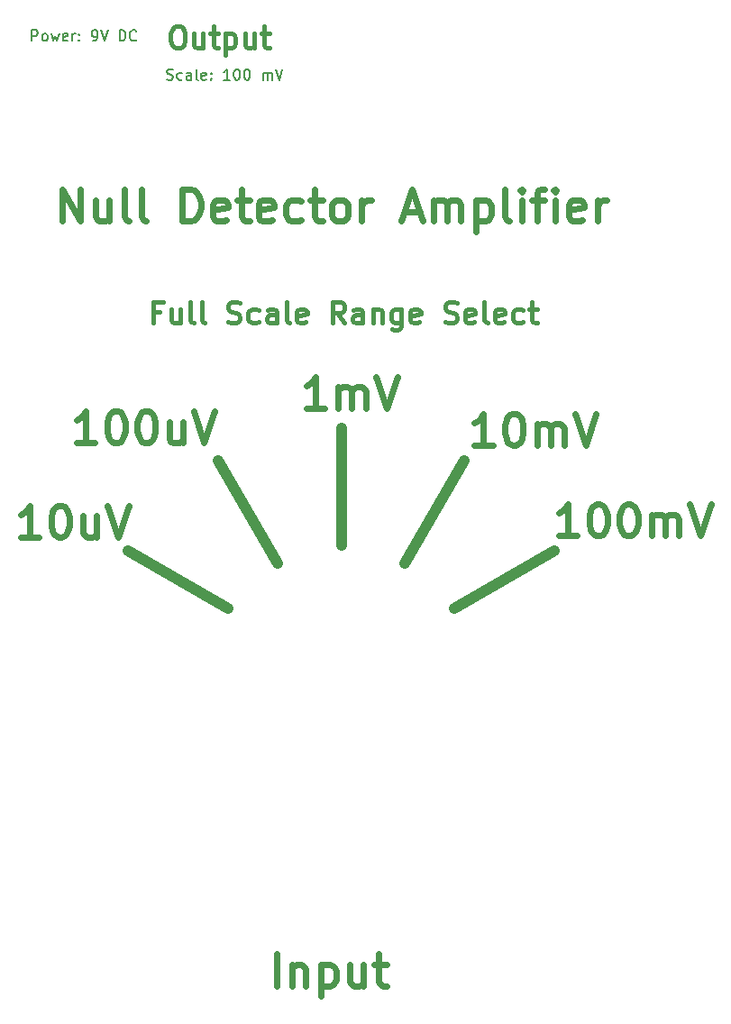
<source format=gbr>
%TF.GenerationSoftware,KiCad,Pcbnew,7.0.10*%
%TF.CreationDate,2024-07-03T15:59:16-04:00*%
%TF.ProjectId,nulldetector,6e756c6c-6465-4746-9563-746f722e6b69,1.1*%
%TF.SameCoordinates,Original*%
%TF.FileFunction,Other,User*%
%FSLAX46Y46*%
G04 Gerber Fmt 4.6, Leading zero omitted, Abs format (unit mm)*
G04 Created by KiCad (PCBNEW 7.0.10) date 2024-07-03 15:59:16*
%MOMM*%
%LPD*%
G01*
G04 APERTURE LIST*
%ADD10C,1.000000*%
%ADD11C,0.600000*%
%ADD12C,0.150000*%
%ADD13C,0.200000*%
%ADD14C,0.400000*%
G04 APERTURE END LIST*
D10*
X74210000Y-89480000D02*
X74210000Y-78470000D01*
X80214672Y-91169603D02*
X85760000Y-81564813D01*
X63616613Y-95453905D02*
X54204813Y-90020000D01*
X68211847Y-91180895D02*
X62660000Y-81564813D01*
X84808028Y-95451226D02*
X94215187Y-90020000D01*
D11*
X96350450Y-88611657D02*
X94636164Y-88611657D01*
X95493307Y-88611657D02*
X95493307Y-85611657D01*
X95493307Y-85611657D02*
X95207593Y-86040228D01*
X95207593Y-86040228D02*
X94921878Y-86325942D01*
X94921878Y-86325942D02*
X94636164Y-86468800D01*
X98207593Y-85611657D02*
X98493307Y-85611657D01*
X98493307Y-85611657D02*
X98779021Y-85754514D01*
X98779021Y-85754514D02*
X98921879Y-85897371D01*
X98921879Y-85897371D02*
X99064736Y-86183085D01*
X99064736Y-86183085D02*
X99207593Y-86754514D01*
X99207593Y-86754514D02*
X99207593Y-87468800D01*
X99207593Y-87468800D02*
X99064736Y-88040228D01*
X99064736Y-88040228D02*
X98921879Y-88325942D01*
X98921879Y-88325942D02*
X98779021Y-88468800D01*
X98779021Y-88468800D02*
X98493307Y-88611657D01*
X98493307Y-88611657D02*
X98207593Y-88611657D01*
X98207593Y-88611657D02*
X97921879Y-88468800D01*
X97921879Y-88468800D02*
X97779021Y-88325942D01*
X97779021Y-88325942D02*
X97636164Y-88040228D01*
X97636164Y-88040228D02*
X97493307Y-87468800D01*
X97493307Y-87468800D02*
X97493307Y-86754514D01*
X97493307Y-86754514D02*
X97636164Y-86183085D01*
X97636164Y-86183085D02*
X97779021Y-85897371D01*
X97779021Y-85897371D02*
X97921879Y-85754514D01*
X97921879Y-85754514D02*
X98207593Y-85611657D01*
X101064736Y-85611657D02*
X101350450Y-85611657D01*
X101350450Y-85611657D02*
X101636164Y-85754514D01*
X101636164Y-85754514D02*
X101779022Y-85897371D01*
X101779022Y-85897371D02*
X101921879Y-86183085D01*
X101921879Y-86183085D02*
X102064736Y-86754514D01*
X102064736Y-86754514D02*
X102064736Y-87468800D01*
X102064736Y-87468800D02*
X101921879Y-88040228D01*
X101921879Y-88040228D02*
X101779022Y-88325942D01*
X101779022Y-88325942D02*
X101636164Y-88468800D01*
X101636164Y-88468800D02*
X101350450Y-88611657D01*
X101350450Y-88611657D02*
X101064736Y-88611657D01*
X101064736Y-88611657D02*
X100779022Y-88468800D01*
X100779022Y-88468800D02*
X100636164Y-88325942D01*
X100636164Y-88325942D02*
X100493307Y-88040228D01*
X100493307Y-88040228D02*
X100350450Y-87468800D01*
X100350450Y-87468800D02*
X100350450Y-86754514D01*
X100350450Y-86754514D02*
X100493307Y-86183085D01*
X100493307Y-86183085D02*
X100636164Y-85897371D01*
X100636164Y-85897371D02*
X100779022Y-85754514D01*
X100779022Y-85754514D02*
X101064736Y-85611657D01*
X103350450Y-88611657D02*
X103350450Y-86611657D01*
X103350450Y-86897371D02*
X103493307Y-86754514D01*
X103493307Y-86754514D02*
X103779022Y-86611657D01*
X103779022Y-86611657D02*
X104207593Y-86611657D01*
X104207593Y-86611657D02*
X104493307Y-86754514D01*
X104493307Y-86754514D02*
X104636165Y-87040228D01*
X104636165Y-87040228D02*
X104636165Y-88611657D01*
X104636165Y-87040228D02*
X104779022Y-86754514D01*
X104779022Y-86754514D02*
X105064736Y-86611657D01*
X105064736Y-86611657D02*
X105493307Y-86611657D01*
X105493307Y-86611657D02*
X105779022Y-86754514D01*
X105779022Y-86754514D02*
X105921879Y-87040228D01*
X105921879Y-87040228D02*
X105921879Y-88611657D01*
X106921879Y-85611657D02*
X107921879Y-88611657D01*
X107921879Y-88611657D02*
X108921879Y-85611657D01*
X45810450Y-88761657D02*
X44096164Y-88761657D01*
X44953307Y-88761657D02*
X44953307Y-85761657D01*
X44953307Y-85761657D02*
X44667593Y-86190228D01*
X44667593Y-86190228D02*
X44381878Y-86475942D01*
X44381878Y-86475942D02*
X44096164Y-86618800D01*
X47667593Y-85761657D02*
X47953307Y-85761657D01*
X47953307Y-85761657D02*
X48239021Y-85904514D01*
X48239021Y-85904514D02*
X48381879Y-86047371D01*
X48381879Y-86047371D02*
X48524736Y-86333085D01*
X48524736Y-86333085D02*
X48667593Y-86904514D01*
X48667593Y-86904514D02*
X48667593Y-87618800D01*
X48667593Y-87618800D02*
X48524736Y-88190228D01*
X48524736Y-88190228D02*
X48381879Y-88475942D01*
X48381879Y-88475942D02*
X48239021Y-88618800D01*
X48239021Y-88618800D02*
X47953307Y-88761657D01*
X47953307Y-88761657D02*
X47667593Y-88761657D01*
X47667593Y-88761657D02*
X47381879Y-88618800D01*
X47381879Y-88618800D02*
X47239021Y-88475942D01*
X47239021Y-88475942D02*
X47096164Y-88190228D01*
X47096164Y-88190228D02*
X46953307Y-87618800D01*
X46953307Y-87618800D02*
X46953307Y-86904514D01*
X46953307Y-86904514D02*
X47096164Y-86333085D01*
X47096164Y-86333085D02*
X47239021Y-86047371D01*
X47239021Y-86047371D02*
X47381879Y-85904514D01*
X47381879Y-85904514D02*
X47667593Y-85761657D01*
X51239022Y-86761657D02*
X51239022Y-88761657D01*
X49953307Y-86761657D02*
X49953307Y-88333085D01*
X49953307Y-88333085D02*
X50096164Y-88618800D01*
X50096164Y-88618800D02*
X50381879Y-88761657D01*
X50381879Y-88761657D02*
X50810450Y-88761657D01*
X50810450Y-88761657D02*
X51096164Y-88618800D01*
X51096164Y-88618800D02*
X51239022Y-88475942D01*
X52239022Y-85761657D02*
X53239022Y-88761657D01*
X53239022Y-88761657D02*
X54239022Y-85761657D01*
X51050450Y-79881657D02*
X49336164Y-79881657D01*
X50193307Y-79881657D02*
X50193307Y-76881657D01*
X50193307Y-76881657D02*
X49907593Y-77310228D01*
X49907593Y-77310228D02*
X49621878Y-77595942D01*
X49621878Y-77595942D02*
X49336164Y-77738800D01*
X52907593Y-76881657D02*
X53193307Y-76881657D01*
X53193307Y-76881657D02*
X53479021Y-77024514D01*
X53479021Y-77024514D02*
X53621879Y-77167371D01*
X53621879Y-77167371D02*
X53764736Y-77453085D01*
X53764736Y-77453085D02*
X53907593Y-78024514D01*
X53907593Y-78024514D02*
X53907593Y-78738800D01*
X53907593Y-78738800D02*
X53764736Y-79310228D01*
X53764736Y-79310228D02*
X53621879Y-79595942D01*
X53621879Y-79595942D02*
X53479021Y-79738800D01*
X53479021Y-79738800D02*
X53193307Y-79881657D01*
X53193307Y-79881657D02*
X52907593Y-79881657D01*
X52907593Y-79881657D02*
X52621879Y-79738800D01*
X52621879Y-79738800D02*
X52479021Y-79595942D01*
X52479021Y-79595942D02*
X52336164Y-79310228D01*
X52336164Y-79310228D02*
X52193307Y-78738800D01*
X52193307Y-78738800D02*
X52193307Y-78024514D01*
X52193307Y-78024514D02*
X52336164Y-77453085D01*
X52336164Y-77453085D02*
X52479021Y-77167371D01*
X52479021Y-77167371D02*
X52621879Y-77024514D01*
X52621879Y-77024514D02*
X52907593Y-76881657D01*
X55764736Y-76881657D02*
X56050450Y-76881657D01*
X56050450Y-76881657D02*
X56336164Y-77024514D01*
X56336164Y-77024514D02*
X56479022Y-77167371D01*
X56479022Y-77167371D02*
X56621879Y-77453085D01*
X56621879Y-77453085D02*
X56764736Y-78024514D01*
X56764736Y-78024514D02*
X56764736Y-78738800D01*
X56764736Y-78738800D02*
X56621879Y-79310228D01*
X56621879Y-79310228D02*
X56479022Y-79595942D01*
X56479022Y-79595942D02*
X56336164Y-79738800D01*
X56336164Y-79738800D02*
X56050450Y-79881657D01*
X56050450Y-79881657D02*
X55764736Y-79881657D01*
X55764736Y-79881657D02*
X55479022Y-79738800D01*
X55479022Y-79738800D02*
X55336164Y-79595942D01*
X55336164Y-79595942D02*
X55193307Y-79310228D01*
X55193307Y-79310228D02*
X55050450Y-78738800D01*
X55050450Y-78738800D02*
X55050450Y-78024514D01*
X55050450Y-78024514D02*
X55193307Y-77453085D01*
X55193307Y-77453085D02*
X55336164Y-77167371D01*
X55336164Y-77167371D02*
X55479022Y-77024514D01*
X55479022Y-77024514D02*
X55764736Y-76881657D01*
X59336165Y-77881657D02*
X59336165Y-79881657D01*
X58050450Y-77881657D02*
X58050450Y-79453085D01*
X58050450Y-79453085D02*
X58193307Y-79738800D01*
X58193307Y-79738800D02*
X58479022Y-79881657D01*
X58479022Y-79881657D02*
X58907593Y-79881657D01*
X58907593Y-79881657D02*
X59193307Y-79738800D01*
X59193307Y-79738800D02*
X59336165Y-79595942D01*
X60336165Y-76881657D02*
X61336165Y-79881657D01*
X61336165Y-79881657D02*
X62336165Y-76881657D01*
D12*
X45146779Y-42119819D02*
X45146779Y-41119819D01*
X45146779Y-41119819D02*
X45527731Y-41119819D01*
X45527731Y-41119819D02*
X45622969Y-41167438D01*
X45622969Y-41167438D02*
X45670588Y-41215057D01*
X45670588Y-41215057D02*
X45718207Y-41310295D01*
X45718207Y-41310295D02*
X45718207Y-41453152D01*
X45718207Y-41453152D02*
X45670588Y-41548390D01*
X45670588Y-41548390D02*
X45622969Y-41596009D01*
X45622969Y-41596009D02*
X45527731Y-41643628D01*
X45527731Y-41643628D02*
X45146779Y-41643628D01*
X46289636Y-42119819D02*
X46194398Y-42072200D01*
X46194398Y-42072200D02*
X46146779Y-42024580D01*
X46146779Y-42024580D02*
X46099160Y-41929342D01*
X46099160Y-41929342D02*
X46099160Y-41643628D01*
X46099160Y-41643628D02*
X46146779Y-41548390D01*
X46146779Y-41548390D02*
X46194398Y-41500771D01*
X46194398Y-41500771D02*
X46289636Y-41453152D01*
X46289636Y-41453152D02*
X46432493Y-41453152D01*
X46432493Y-41453152D02*
X46527731Y-41500771D01*
X46527731Y-41500771D02*
X46575350Y-41548390D01*
X46575350Y-41548390D02*
X46622969Y-41643628D01*
X46622969Y-41643628D02*
X46622969Y-41929342D01*
X46622969Y-41929342D02*
X46575350Y-42024580D01*
X46575350Y-42024580D02*
X46527731Y-42072200D01*
X46527731Y-42072200D02*
X46432493Y-42119819D01*
X46432493Y-42119819D02*
X46289636Y-42119819D01*
X46956303Y-41453152D02*
X47146779Y-42119819D01*
X47146779Y-42119819D02*
X47337255Y-41643628D01*
X47337255Y-41643628D02*
X47527731Y-42119819D01*
X47527731Y-42119819D02*
X47718207Y-41453152D01*
X48480112Y-42072200D02*
X48384874Y-42119819D01*
X48384874Y-42119819D02*
X48194398Y-42119819D01*
X48194398Y-42119819D02*
X48099160Y-42072200D01*
X48099160Y-42072200D02*
X48051541Y-41976961D01*
X48051541Y-41976961D02*
X48051541Y-41596009D01*
X48051541Y-41596009D02*
X48099160Y-41500771D01*
X48099160Y-41500771D02*
X48194398Y-41453152D01*
X48194398Y-41453152D02*
X48384874Y-41453152D01*
X48384874Y-41453152D02*
X48480112Y-41500771D01*
X48480112Y-41500771D02*
X48527731Y-41596009D01*
X48527731Y-41596009D02*
X48527731Y-41691247D01*
X48527731Y-41691247D02*
X48051541Y-41786485D01*
X48956303Y-42119819D02*
X48956303Y-41453152D01*
X48956303Y-41643628D02*
X49003922Y-41548390D01*
X49003922Y-41548390D02*
X49051541Y-41500771D01*
X49051541Y-41500771D02*
X49146779Y-41453152D01*
X49146779Y-41453152D02*
X49242017Y-41453152D01*
X49575351Y-42024580D02*
X49622970Y-42072200D01*
X49622970Y-42072200D02*
X49575351Y-42119819D01*
X49575351Y-42119819D02*
X49527732Y-42072200D01*
X49527732Y-42072200D02*
X49575351Y-42024580D01*
X49575351Y-42024580D02*
X49575351Y-42119819D01*
X49575351Y-41500771D02*
X49622970Y-41548390D01*
X49622970Y-41548390D02*
X49575351Y-41596009D01*
X49575351Y-41596009D02*
X49527732Y-41548390D01*
X49527732Y-41548390D02*
X49575351Y-41500771D01*
X49575351Y-41500771D02*
X49575351Y-41596009D01*
X50861065Y-42119819D02*
X51051541Y-42119819D01*
X51051541Y-42119819D02*
X51146779Y-42072200D01*
X51146779Y-42072200D02*
X51194398Y-42024580D01*
X51194398Y-42024580D02*
X51289636Y-41881723D01*
X51289636Y-41881723D02*
X51337255Y-41691247D01*
X51337255Y-41691247D02*
X51337255Y-41310295D01*
X51337255Y-41310295D02*
X51289636Y-41215057D01*
X51289636Y-41215057D02*
X51242017Y-41167438D01*
X51242017Y-41167438D02*
X51146779Y-41119819D01*
X51146779Y-41119819D02*
X50956303Y-41119819D01*
X50956303Y-41119819D02*
X50861065Y-41167438D01*
X50861065Y-41167438D02*
X50813446Y-41215057D01*
X50813446Y-41215057D02*
X50765827Y-41310295D01*
X50765827Y-41310295D02*
X50765827Y-41548390D01*
X50765827Y-41548390D02*
X50813446Y-41643628D01*
X50813446Y-41643628D02*
X50861065Y-41691247D01*
X50861065Y-41691247D02*
X50956303Y-41738866D01*
X50956303Y-41738866D02*
X51146779Y-41738866D01*
X51146779Y-41738866D02*
X51242017Y-41691247D01*
X51242017Y-41691247D02*
X51289636Y-41643628D01*
X51289636Y-41643628D02*
X51337255Y-41548390D01*
X51622970Y-41119819D02*
X51956303Y-42119819D01*
X51956303Y-42119819D02*
X52289636Y-41119819D01*
X53384875Y-42119819D02*
X53384875Y-41119819D01*
X53384875Y-41119819D02*
X53622970Y-41119819D01*
X53622970Y-41119819D02*
X53765827Y-41167438D01*
X53765827Y-41167438D02*
X53861065Y-41262676D01*
X53861065Y-41262676D02*
X53908684Y-41357914D01*
X53908684Y-41357914D02*
X53956303Y-41548390D01*
X53956303Y-41548390D02*
X53956303Y-41691247D01*
X53956303Y-41691247D02*
X53908684Y-41881723D01*
X53908684Y-41881723D02*
X53861065Y-41976961D01*
X53861065Y-41976961D02*
X53765827Y-42072200D01*
X53765827Y-42072200D02*
X53622970Y-42119819D01*
X53622970Y-42119819D02*
X53384875Y-42119819D01*
X54956303Y-42024580D02*
X54908684Y-42072200D01*
X54908684Y-42072200D02*
X54765827Y-42119819D01*
X54765827Y-42119819D02*
X54670589Y-42119819D01*
X54670589Y-42119819D02*
X54527732Y-42072200D01*
X54527732Y-42072200D02*
X54432494Y-41976961D01*
X54432494Y-41976961D02*
X54384875Y-41881723D01*
X54384875Y-41881723D02*
X54337256Y-41691247D01*
X54337256Y-41691247D02*
X54337256Y-41548390D01*
X54337256Y-41548390D02*
X54384875Y-41357914D01*
X54384875Y-41357914D02*
X54432494Y-41262676D01*
X54432494Y-41262676D02*
X54527732Y-41167438D01*
X54527732Y-41167438D02*
X54670589Y-41119819D01*
X54670589Y-41119819D02*
X54765827Y-41119819D01*
X54765827Y-41119819D02*
X54908684Y-41167438D01*
X54908684Y-41167438D02*
X54956303Y-41215057D01*
D11*
X48009021Y-59051657D02*
X48009021Y-56051657D01*
X48009021Y-56051657D02*
X49723307Y-59051657D01*
X49723307Y-59051657D02*
X49723307Y-56051657D01*
X52437593Y-57051657D02*
X52437593Y-59051657D01*
X51151878Y-57051657D02*
X51151878Y-58623085D01*
X51151878Y-58623085D02*
X51294735Y-58908800D01*
X51294735Y-58908800D02*
X51580450Y-59051657D01*
X51580450Y-59051657D02*
X52009021Y-59051657D01*
X52009021Y-59051657D02*
X52294735Y-58908800D01*
X52294735Y-58908800D02*
X52437593Y-58765942D01*
X54294736Y-59051657D02*
X54009021Y-58908800D01*
X54009021Y-58908800D02*
X53866164Y-58623085D01*
X53866164Y-58623085D02*
X53866164Y-56051657D01*
X55866165Y-59051657D02*
X55580450Y-58908800D01*
X55580450Y-58908800D02*
X55437593Y-58623085D01*
X55437593Y-58623085D02*
X55437593Y-56051657D01*
X59294736Y-59051657D02*
X59294736Y-56051657D01*
X59294736Y-56051657D02*
X60009022Y-56051657D01*
X60009022Y-56051657D02*
X60437593Y-56194514D01*
X60437593Y-56194514D02*
X60723308Y-56480228D01*
X60723308Y-56480228D02*
X60866165Y-56765942D01*
X60866165Y-56765942D02*
X61009022Y-57337371D01*
X61009022Y-57337371D02*
X61009022Y-57765942D01*
X61009022Y-57765942D02*
X60866165Y-58337371D01*
X60866165Y-58337371D02*
X60723308Y-58623085D01*
X60723308Y-58623085D02*
X60437593Y-58908800D01*
X60437593Y-58908800D02*
X60009022Y-59051657D01*
X60009022Y-59051657D02*
X59294736Y-59051657D01*
X63437593Y-58908800D02*
X63151879Y-59051657D01*
X63151879Y-59051657D02*
X62580451Y-59051657D01*
X62580451Y-59051657D02*
X62294736Y-58908800D01*
X62294736Y-58908800D02*
X62151879Y-58623085D01*
X62151879Y-58623085D02*
X62151879Y-57480228D01*
X62151879Y-57480228D02*
X62294736Y-57194514D01*
X62294736Y-57194514D02*
X62580451Y-57051657D01*
X62580451Y-57051657D02*
X63151879Y-57051657D01*
X63151879Y-57051657D02*
X63437593Y-57194514D01*
X63437593Y-57194514D02*
X63580451Y-57480228D01*
X63580451Y-57480228D02*
X63580451Y-57765942D01*
X63580451Y-57765942D02*
X62151879Y-58051657D01*
X64437594Y-57051657D02*
X65580451Y-57051657D01*
X64866165Y-56051657D02*
X64866165Y-58623085D01*
X64866165Y-58623085D02*
X65009022Y-58908800D01*
X65009022Y-58908800D02*
X65294737Y-59051657D01*
X65294737Y-59051657D02*
X65580451Y-59051657D01*
X67723308Y-58908800D02*
X67437594Y-59051657D01*
X67437594Y-59051657D02*
X66866166Y-59051657D01*
X66866166Y-59051657D02*
X66580451Y-58908800D01*
X66580451Y-58908800D02*
X66437594Y-58623085D01*
X66437594Y-58623085D02*
X66437594Y-57480228D01*
X66437594Y-57480228D02*
X66580451Y-57194514D01*
X66580451Y-57194514D02*
X66866166Y-57051657D01*
X66866166Y-57051657D02*
X67437594Y-57051657D01*
X67437594Y-57051657D02*
X67723308Y-57194514D01*
X67723308Y-57194514D02*
X67866166Y-57480228D01*
X67866166Y-57480228D02*
X67866166Y-57765942D01*
X67866166Y-57765942D02*
X66437594Y-58051657D01*
X70437595Y-58908800D02*
X70151880Y-59051657D01*
X70151880Y-59051657D02*
X69580452Y-59051657D01*
X69580452Y-59051657D02*
X69294737Y-58908800D01*
X69294737Y-58908800D02*
X69151880Y-58765942D01*
X69151880Y-58765942D02*
X69009023Y-58480228D01*
X69009023Y-58480228D02*
X69009023Y-57623085D01*
X69009023Y-57623085D02*
X69151880Y-57337371D01*
X69151880Y-57337371D02*
X69294737Y-57194514D01*
X69294737Y-57194514D02*
X69580452Y-57051657D01*
X69580452Y-57051657D02*
X70151880Y-57051657D01*
X70151880Y-57051657D02*
X70437595Y-57194514D01*
X71294738Y-57051657D02*
X72437595Y-57051657D01*
X71723309Y-56051657D02*
X71723309Y-58623085D01*
X71723309Y-58623085D02*
X71866166Y-58908800D01*
X71866166Y-58908800D02*
X72151881Y-59051657D01*
X72151881Y-59051657D02*
X72437595Y-59051657D01*
X73866167Y-59051657D02*
X73580452Y-58908800D01*
X73580452Y-58908800D02*
X73437595Y-58765942D01*
X73437595Y-58765942D02*
X73294738Y-58480228D01*
X73294738Y-58480228D02*
X73294738Y-57623085D01*
X73294738Y-57623085D02*
X73437595Y-57337371D01*
X73437595Y-57337371D02*
X73580452Y-57194514D01*
X73580452Y-57194514D02*
X73866167Y-57051657D01*
X73866167Y-57051657D02*
X74294738Y-57051657D01*
X74294738Y-57051657D02*
X74580452Y-57194514D01*
X74580452Y-57194514D02*
X74723310Y-57337371D01*
X74723310Y-57337371D02*
X74866167Y-57623085D01*
X74866167Y-57623085D02*
X74866167Y-58480228D01*
X74866167Y-58480228D02*
X74723310Y-58765942D01*
X74723310Y-58765942D02*
X74580452Y-58908800D01*
X74580452Y-58908800D02*
X74294738Y-59051657D01*
X74294738Y-59051657D02*
X73866167Y-59051657D01*
X76151881Y-59051657D02*
X76151881Y-57051657D01*
X76151881Y-57623085D02*
X76294738Y-57337371D01*
X76294738Y-57337371D02*
X76437596Y-57194514D01*
X76437596Y-57194514D02*
X76723310Y-57051657D01*
X76723310Y-57051657D02*
X77009024Y-57051657D01*
X80151881Y-58194514D02*
X81580453Y-58194514D01*
X79866167Y-59051657D02*
X80866167Y-56051657D01*
X80866167Y-56051657D02*
X81866167Y-59051657D01*
X82866167Y-59051657D02*
X82866167Y-57051657D01*
X82866167Y-57337371D02*
X83009024Y-57194514D01*
X83009024Y-57194514D02*
X83294739Y-57051657D01*
X83294739Y-57051657D02*
X83723310Y-57051657D01*
X83723310Y-57051657D02*
X84009024Y-57194514D01*
X84009024Y-57194514D02*
X84151882Y-57480228D01*
X84151882Y-57480228D02*
X84151882Y-59051657D01*
X84151882Y-57480228D02*
X84294739Y-57194514D01*
X84294739Y-57194514D02*
X84580453Y-57051657D01*
X84580453Y-57051657D02*
X85009024Y-57051657D01*
X85009024Y-57051657D02*
X85294739Y-57194514D01*
X85294739Y-57194514D02*
X85437596Y-57480228D01*
X85437596Y-57480228D02*
X85437596Y-59051657D01*
X86866167Y-57051657D02*
X86866167Y-60051657D01*
X86866167Y-57194514D02*
X87151882Y-57051657D01*
X87151882Y-57051657D02*
X87723310Y-57051657D01*
X87723310Y-57051657D02*
X88009024Y-57194514D01*
X88009024Y-57194514D02*
X88151882Y-57337371D01*
X88151882Y-57337371D02*
X88294739Y-57623085D01*
X88294739Y-57623085D02*
X88294739Y-58480228D01*
X88294739Y-58480228D02*
X88151882Y-58765942D01*
X88151882Y-58765942D02*
X88009024Y-58908800D01*
X88009024Y-58908800D02*
X87723310Y-59051657D01*
X87723310Y-59051657D02*
X87151882Y-59051657D01*
X87151882Y-59051657D02*
X86866167Y-58908800D01*
X90009025Y-59051657D02*
X89723310Y-58908800D01*
X89723310Y-58908800D02*
X89580453Y-58623085D01*
X89580453Y-58623085D02*
X89580453Y-56051657D01*
X91151882Y-59051657D02*
X91151882Y-57051657D01*
X91151882Y-56051657D02*
X91009025Y-56194514D01*
X91009025Y-56194514D02*
X91151882Y-56337371D01*
X91151882Y-56337371D02*
X91294739Y-56194514D01*
X91294739Y-56194514D02*
X91151882Y-56051657D01*
X91151882Y-56051657D02*
X91151882Y-56337371D01*
X92151882Y-57051657D02*
X93294739Y-57051657D01*
X92580453Y-59051657D02*
X92580453Y-56480228D01*
X92580453Y-56480228D02*
X92723310Y-56194514D01*
X92723310Y-56194514D02*
X93009025Y-56051657D01*
X93009025Y-56051657D02*
X93294739Y-56051657D01*
X94294739Y-59051657D02*
X94294739Y-57051657D01*
X94294739Y-56051657D02*
X94151882Y-56194514D01*
X94151882Y-56194514D02*
X94294739Y-56337371D01*
X94294739Y-56337371D02*
X94437596Y-56194514D01*
X94437596Y-56194514D02*
X94294739Y-56051657D01*
X94294739Y-56051657D02*
X94294739Y-56337371D01*
X96866167Y-58908800D02*
X96580453Y-59051657D01*
X96580453Y-59051657D02*
X96009025Y-59051657D01*
X96009025Y-59051657D02*
X95723310Y-58908800D01*
X95723310Y-58908800D02*
X95580453Y-58623085D01*
X95580453Y-58623085D02*
X95580453Y-57480228D01*
X95580453Y-57480228D02*
X95723310Y-57194514D01*
X95723310Y-57194514D02*
X96009025Y-57051657D01*
X96009025Y-57051657D02*
X96580453Y-57051657D01*
X96580453Y-57051657D02*
X96866167Y-57194514D01*
X96866167Y-57194514D02*
X97009025Y-57480228D01*
X97009025Y-57480228D02*
X97009025Y-57765942D01*
X97009025Y-57765942D02*
X95580453Y-58051657D01*
X98294739Y-59051657D02*
X98294739Y-57051657D01*
X98294739Y-57623085D02*
X98437596Y-57337371D01*
X98437596Y-57337371D02*
X98580454Y-57194514D01*
X98580454Y-57194514D02*
X98866168Y-57051657D01*
X98866168Y-57051657D02*
X99151882Y-57051657D01*
D13*
X57842054Y-45739600D02*
X57984911Y-45787219D01*
X57984911Y-45787219D02*
X58223006Y-45787219D01*
X58223006Y-45787219D02*
X58318244Y-45739600D01*
X58318244Y-45739600D02*
X58365863Y-45691980D01*
X58365863Y-45691980D02*
X58413482Y-45596742D01*
X58413482Y-45596742D02*
X58413482Y-45501504D01*
X58413482Y-45501504D02*
X58365863Y-45406266D01*
X58365863Y-45406266D02*
X58318244Y-45358647D01*
X58318244Y-45358647D02*
X58223006Y-45311028D01*
X58223006Y-45311028D02*
X58032530Y-45263409D01*
X58032530Y-45263409D02*
X57937292Y-45215790D01*
X57937292Y-45215790D02*
X57889673Y-45168171D01*
X57889673Y-45168171D02*
X57842054Y-45072933D01*
X57842054Y-45072933D02*
X57842054Y-44977695D01*
X57842054Y-44977695D02*
X57889673Y-44882457D01*
X57889673Y-44882457D02*
X57937292Y-44834838D01*
X57937292Y-44834838D02*
X58032530Y-44787219D01*
X58032530Y-44787219D02*
X58270625Y-44787219D01*
X58270625Y-44787219D02*
X58413482Y-44834838D01*
X59270625Y-45739600D02*
X59175387Y-45787219D01*
X59175387Y-45787219D02*
X58984911Y-45787219D01*
X58984911Y-45787219D02*
X58889673Y-45739600D01*
X58889673Y-45739600D02*
X58842054Y-45691980D01*
X58842054Y-45691980D02*
X58794435Y-45596742D01*
X58794435Y-45596742D02*
X58794435Y-45311028D01*
X58794435Y-45311028D02*
X58842054Y-45215790D01*
X58842054Y-45215790D02*
X58889673Y-45168171D01*
X58889673Y-45168171D02*
X58984911Y-45120552D01*
X58984911Y-45120552D02*
X59175387Y-45120552D01*
X59175387Y-45120552D02*
X59270625Y-45168171D01*
X60127768Y-45787219D02*
X60127768Y-45263409D01*
X60127768Y-45263409D02*
X60080149Y-45168171D01*
X60080149Y-45168171D02*
X59984911Y-45120552D01*
X59984911Y-45120552D02*
X59794435Y-45120552D01*
X59794435Y-45120552D02*
X59699197Y-45168171D01*
X60127768Y-45739600D02*
X60032530Y-45787219D01*
X60032530Y-45787219D02*
X59794435Y-45787219D01*
X59794435Y-45787219D02*
X59699197Y-45739600D01*
X59699197Y-45739600D02*
X59651578Y-45644361D01*
X59651578Y-45644361D02*
X59651578Y-45549123D01*
X59651578Y-45549123D02*
X59699197Y-45453885D01*
X59699197Y-45453885D02*
X59794435Y-45406266D01*
X59794435Y-45406266D02*
X60032530Y-45406266D01*
X60032530Y-45406266D02*
X60127768Y-45358647D01*
X60746816Y-45787219D02*
X60651578Y-45739600D01*
X60651578Y-45739600D02*
X60603959Y-45644361D01*
X60603959Y-45644361D02*
X60603959Y-44787219D01*
X61508721Y-45739600D02*
X61413483Y-45787219D01*
X61413483Y-45787219D02*
X61223007Y-45787219D01*
X61223007Y-45787219D02*
X61127769Y-45739600D01*
X61127769Y-45739600D02*
X61080150Y-45644361D01*
X61080150Y-45644361D02*
X61080150Y-45263409D01*
X61080150Y-45263409D02*
X61127769Y-45168171D01*
X61127769Y-45168171D02*
X61223007Y-45120552D01*
X61223007Y-45120552D02*
X61413483Y-45120552D01*
X61413483Y-45120552D02*
X61508721Y-45168171D01*
X61508721Y-45168171D02*
X61556340Y-45263409D01*
X61556340Y-45263409D02*
X61556340Y-45358647D01*
X61556340Y-45358647D02*
X61080150Y-45453885D01*
X61984912Y-45691980D02*
X62032531Y-45739600D01*
X62032531Y-45739600D02*
X61984912Y-45787219D01*
X61984912Y-45787219D02*
X61937293Y-45739600D01*
X61937293Y-45739600D02*
X61984912Y-45691980D01*
X61984912Y-45691980D02*
X61984912Y-45787219D01*
X61984912Y-45168171D02*
X62032531Y-45215790D01*
X62032531Y-45215790D02*
X61984912Y-45263409D01*
X61984912Y-45263409D02*
X61937293Y-45215790D01*
X61937293Y-45215790D02*
X61984912Y-45168171D01*
X61984912Y-45168171D02*
X61984912Y-45263409D01*
X63746816Y-45787219D02*
X63175388Y-45787219D01*
X63461102Y-45787219D02*
X63461102Y-44787219D01*
X63461102Y-44787219D02*
X63365864Y-44930076D01*
X63365864Y-44930076D02*
X63270626Y-45025314D01*
X63270626Y-45025314D02*
X63175388Y-45072933D01*
X64365864Y-44787219D02*
X64461102Y-44787219D01*
X64461102Y-44787219D02*
X64556340Y-44834838D01*
X64556340Y-44834838D02*
X64603959Y-44882457D01*
X64603959Y-44882457D02*
X64651578Y-44977695D01*
X64651578Y-44977695D02*
X64699197Y-45168171D01*
X64699197Y-45168171D02*
X64699197Y-45406266D01*
X64699197Y-45406266D02*
X64651578Y-45596742D01*
X64651578Y-45596742D02*
X64603959Y-45691980D01*
X64603959Y-45691980D02*
X64556340Y-45739600D01*
X64556340Y-45739600D02*
X64461102Y-45787219D01*
X64461102Y-45787219D02*
X64365864Y-45787219D01*
X64365864Y-45787219D02*
X64270626Y-45739600D01*
X64270626Y-45739600D02*
X64223007Y-45691980D01*
X64223007Y-45691980D02*
X64175388Y-45596742D01*
X64175388Y-45596742D02*
X64127769Y-45406266D01*
X64127769Y-45406266D02*
X64127769Y-45168171D01*
X64127769Y-45168171D02*
X64175388Y-44977695D01*
X64175388Y-44977695D02*
X64223007Y-44882457D01*
X64223007Y-44882457D02*
X64270626Y-44834838D01*
X64270626Y-44834838D02*
X64365864Y-44787219D01*
X65318245Y-44787219D02*
X65413483Y-44787219D01*
X65413483Y-44787219D02*
X65508721Y-44834838D01*
X65508721Y-44834838D02*
X65556340Y-44882457D01*
X65556340Y-44882457D02*
X65603959Y-44977695D01*
X65603959Y-44977695D02*
X65651578Y-45168171D01*
X65651578Y-45168171D02*
X65651578Y-45406266D01*
X65651578Y-45406266D02*
X65603959Y-45596742D01*
X65603959Y-45596742D02*
X65556340Y-45691980D01*
X65556340Y-45691980D02*
X65508721Y-45739600D01*
X65508721Y-45739600D02*
X65413483Y-45787219D01*
X65413483Y-45787219D02*
X65318245Y-45787219D01*
X65318245Y-45787219D02*
X65223007Y-45739600D01*
X65223007Y-45739600D02*
X65175388Y-45691980D01*
X65175388Y-45691980D02*
X65127769Y-45596742D01*
X65127769Y-45596742D02*
X65080150Y-45406266D01*
X65080150Y-45406266D02*
X65080150Y-45168171D01*
X65080150Y-45168171D02*
X65127769Y-44977695D01*
X65127769Y-44977695D02*
X65175388Y-44882457D01*
X65175388Y-44882457D02*
X65223007Y-44834838D01*
X65223007Y-44834838D02*
X65318245Y-44787219D01*
X66842055Y-45787219D02*
X66842055Y-45120552D01*
X66842055Y-45215790D02*
X66889674Y-45168171D01*
X66889674Y-45168171D02*
X66984912Y-45120552D01*
X66984912Y-45120552D02*
X67127769Y-45120552D01*
X67127769Y-45120552D02*
X67223007Y-45168171D01*
X67223007Y-45168171D02*
X67270626Y-45263409D01*
X67270626Y-45263409D02*
X67270626Y-45787219D01*
X67270626Y-45263409D02*
X67318245Y-45168171D01*
X67318245Y-45168171D02*
X67413483Y-45120552D01*
X67413483Y-45120552D02*
X67556340Y-45120552D01*
X67556340Y-45120552D02*
X67651579Y-45168171D01*
X67651579Y-45168171D02*
X67699198Y-45263409D01*
X67699198Y-45263409D02*
X67699198Y-45787219D01*
X68032531Y-44787219D02*
X68365864Y-45787219D01*
X68365864Y-45787219D02*
X68699197Y-44787219D01*
D11*
X72650450Y-76641657D02*
X70936164Y-76641657D01*
X71793307Y-76641657D02*
X71793307Y-73641657D01*
X71793307Y-73641657D02*
X71507593Y-74070228D01*
X71507593Y-74070228D02*
X71221878Y-74355942D01*
X71221878Y-74355942D02*
X70936164Y-74498800D01*
X73936164Y-76641657D02*
X73936164Y-74641657D01*
X73936164Y-74927371D02*
X74079021Y-74784514D01*
X74079021Y-74784514D02*
X74364736Y-74641657D01*
X74364736Y-74641657D02*
X74793307Y-74641657D01*
X74793307Y-74641657D02*
X75079021Y-74784514D01*
X75079021Y-74784514D02*
X75221879Y-75070228D01*
X75221879Y-75070228D02*
X75221879Y-76641657D01*
X75221879Y-75070228D02*
X75364736Y-74784514D01*
X75364736Y-74784514D02*
X75650450Y-74641657D01*
X75650450Y-74641657D02*
X76079021Y-74641657D01*
X76079021Y-74641657D02*
X76364736Y-74784514D01*
X76364736Y-74784514D02*
X76507593Y-75070228D01*
X76507593Y-75070228D02*
X76507593Y-76641657D01*
X77507593Y-73641657D02*
X78507593Y-76641657D01*
X78507593Y-76641657D02*
X79507593Y-73641657D01*
X68159021Y-130881657D02*
X68159021Y-127881657D01*
X69587592Y-128881657D02*
X69587592Y-130881657D01*
X69587592Y-129167371D02*
X69730449Y-129024514D01*
X69730449Y-129024514D02*
X70016164Y-128881657D01*
X70016164Y-128881657D02*
X70444735Y-128881657D01*
X70444735Y-128881657D02*
X70730449Y-129024514D01*
X70730449Y-129024514D02*
X70873307Y-129310228D01*
X70873307Y-129310228D02*
X70873307Y-130881657D01*
X72301878Y-128881657D02*
X72301878Y-131881657D01*
X72301878Y-129024514D02*
X72587593Y-128881657D01*
X72587593Y-128881657D02*
X73159021Y-128881657D01*
X73159021Y-128881657D02*
X73444735Y-129024514D01*
X73444735Y-129024514D02*
X73587593Y-129167371D01*
X73587593Y-129167371D02*
X73730450Y-129453085D01*
X73730450Y-129453085D02*
X73730450Y-130310228D01*
X73730450Y-130310228D02*
X73587593Y-130595942D01*
X73587593Y-130595942D02*
X73444735Y-130738800D01*
X73444735Y-130738800D02*
X73159021Y-130881657D01*
X73159021Y-130881657D02*
X72587593Y-130881657D01*
X72587593Y-130881657D02*
X72301878Y-130738800D01*
X76301879Y-128881657D02*
X76301879Y-130881657D01*
X75016164Y-128881657D02*
X75016164Y-130453085D01*
X75016164Y-130453085D02*
X75159021Y-130738800D01*
X75159021Y-130738800D02*
X75444736Y-130881657D01*
X75444736Y-130881657D02*
X75873307Y-130881657D01*
X75873307Y-130881657D02*
X76159021Y-130738800D01*
X76159021Y-130738800D02*
X76301879Y-130595942D01*
X77301879Y-128881657D02*
X78444736Y-128881657D01*
X77730450Y-127881657D02*
X77730450Y-130453085D01*
X77730450Y-130453085D02*
X77873307Y-130738800D01*
X77873307Y-130738800D02*
X78159022Y-130881657D01*
X78159022Y-130881657D02*
X78444736Y-130881657D01*
X88440450Y-80111657D02*
X86726164Y-80111657D01*
X87583307Y-80111657D02*
X87583307Y-77111657D01*
X87583307Y-77111657D02*
X87297593Y-77540228D01*
X87297593Y-77540228D02*
X87011878Y-77825942D01*
X87011878Y-77825942D02*
X86726164Y-77968800D01*
X90297593Y-77111657D02*
X90583307Y-77111657D01*
X90583307Y-77111657D02*
X90869021Y-77254514D01*
X90869021Y-77254514D02*
X91011879Y-77397371D01*
X91011879Y-77397371D02*
X91154736Y-77683085D01*
X91154736Y-77683085D02*
X91297593Y-78254514D01*
X91297593Y-78254514D02*
X91297593Y-78968800D01*
X91297593Y-78968800D02*
X91154736Y-79540228D01*
X91154736Y-79540228D02*
X91011879Y-79825942D01*
X91011879Y-79825942D02*
X90869021Y-79968800D01*
X90869021Y-79968800D02*
X90583307Y-80111657D01*
X90583307Y-80111657D02*
X90297593Y-80111657D01*
X90297593Y-80111657D02*
X90011879Y-79968800D01*
X90011879Y-79968800D02*
X89869021Y-79825942D01*
X89869021Y-79825942D02*
X89726164Y-79540228D01*
X89726164Y-79540228D02*
X89583307Y-78968800D01*
X89583307Y-78968800D02*
X89583307Y-78254514D01*
X89583307Y-78254514D02*
X89726164Y-77683085D01*
X89726164Y-77683085D02*
X89869021Y-77397371D01*
X89869021Y-77397371D02*
X90011879Y-77254514D01*
X90011879Y-77254514D02*
X90297593Y-77111657D01*
X92583307Y-80111657D02*
X92583307Y-78111657D01*
X92583307Y-78397371D02*
X92726164Y-78254514D01*
X92726164Y-78254514D02*
X93011879Y-78111657D01*
X93011879Y-78111657D02*
X93440450Y-78111657D01*
X93440450Y-78111657D02*
X93726164Y-78254514D01*
X93726164Y-78254514D02*
X93869022Y-78540228D01*
X93869022Y-78540228D02*
X93869022Y-80111657D01*
X93869022Y-78540228D02*
X94011879Y-78254514D01*
X94011879Y-78254514D02*
X94297593Y-78111657D01*
X94297593Y-78111657D02*
X94726164Y-78111657D01*
X94726164Y-78111657D02*
X95011879Y-78254514D01*
X95011879Y-78254514D02*
X95154736Y-78540228D01*
X95154736Y-78540228D02*
X95154736Y-80111657D01*
X96154736Y-77111657D02*
X97154736Y-80111657D01*
X97154736Y-80111657D02*
X98154736Y-77111657D01*
D14*
X58680299Y-40774438D02*
X59061252Y-40774438D01*
X59061252Y-40774438D02*
X59251728Y-40869676D01*
X59251728Y-40869676D02*
X59442204Y-41060152D01*
X59442204Y-41060152D02*
X59537442Y-41441104D01*
X59537442Y-41441104D02*
X59537442Y-42107771D01*
X59537442Y-42107771D02*
X59442204Y-42488723D01*
X59442204Y-42488723D02*
X59251728Y-42679200D01*
X59251728Y-42679200D02*
X59061252Y-42774438D01*
X59061252Y-42774438D02*
X58680299Y-42774438D01*
X58680299Y-42774438D02*
X58489823Y-42679200D01*
X58489823Y-42679200D02*
X58299347Y-42488723D01*
X58299347Y-42488723D02*
X58204109Y-42107771D01*
X58204109Y-42107771D02*
X58204109Y-41441104D01*
X58204109Y-41441104D02*
X58299347Y-41060152D01*
X58299347Y-41060152D02*
X58489823Y-40869676D01*
X58489823Y-40869676D02*
X58680299Y-40774438D01*
X61251728Y-41441104D02*
X61251728Y-42774438D01*
X60394585Y-41441104D02*
X60394585Y-42488723D01*
X60394585Y-42488723D02*
X60489823Y-42679200D01*
X60489823Y-42679200D02*
X60680299Y-42774438D01*
X60680299Y-42774438D02*
X60966014Y-42774438D01*
X60966014Y-42774438D02*
X61156490Y-42679200D01*
X61156490Y-42679200D02*
X61251728Y-42583961D01*
X61918395Y-41441104D02*
X62680299Y-41441104D01*
X62204109Y-40774438D02*
X62204109Y-42488723D01*
X62204109Y-42488723D02*
X62299347Y-42679200D01*
X62299347Y-42679200D02*
X62489823Y-42774438D01*
X62489823Y-42774438D02*
X62680299Y-42774438D01*
X63346966Y-41441104D02*
X63346966Y-43441104D01*
X63346966Y-41536342D02*
X63537442Y-41441104D01*
X63537442Y-41441104D02*
X63918395Y-41441104D01*
X63918395Y-41441104D02*
X64108871Y-41536342D01*
X64108871Y-41536342D02*
X64204109Y-41631580D01*
X64204109Y-41631580D02*
X64299347Y-41822057D01*
X64299347Y-41822057D02*
X64299347Y-42393485D01*
X64299347Y-42393485D02*
X64204109Y-42583961D01*
X64204109Y-42583961D02*
X64108871Y-42679200D01*
X64108871Y-42679200D02*
X63918395Y-42774438D01*
X63918395Y-42774438D02*
X63537442Y-42774438D01*
X63537442Y-42774438D02*
X63346966Y-42679200D01*
X66013633Y-41441104D02*
X66013633Y-42774438D01*
X65156490Y-41441104D02*
X65156490Y-42488723D01*
X65156490Y-42488723D02*
X65251728Y-42679200D01*
X65251728Y-42679200D02*
X65442204Y-42774438D01*
X65442204Y-42774438D02*
X65727919Y-42774438D01*
X65727919Y-42774438D02*
X65918395Y-42679200D01*
X65918395Y-42679200D02*
X66013633Y-42583961D01*
X66680300Y-41441104D02*
X67442204Y-41441104D01*
X66966014Y-40774438D02*
X66966014Y-42488723D01*
X66966014Y-42488723D02*
X67061252Y-42679200D01*
X67061252Y-42679200D02*
X67251728Y-42774438D01*
X67251728Y-42774438D02*
X67442204Y-42774438D01*
X57186014Y-67586819D02*
X56519347Y-67586819D01*
X56519347Y-68634438D02*
X56519347Y-66634438D01*
X56519347Y-66634438D02*
X57471728Y-66634438D01*
X59090776Y-67301104D02*
X59090776Y-68634438D01*
X58233633Y-67301104D02*
X58233633Y-68348723D01*
X58233633Y-68348723D02*
X58328871Y-68539200D01*
X58328871Y-68539200D02*
X58519347Y-68634438D01*
X58519347Y-68634438D02*
X58805062Y-68634438D01*
X58805062Y-68634438D02*
X58995538Y-68539200D01*
X58995538Y-68539200D02*
X59090776Y-68443961D01*
X60328871Y-68634438D02*
X60138395Y-68539200D01*
X60138395Y-68539200D02*
X60043157Y-68348723D01*
X60043157Y-68348723D02*
X60043157Y-66634438D01*
X61376490Y-68634438D02*
X61186014Y-68539200D01*
X61186014Y-68539200D02*
X61090776Y-68348723D01*
X61090776Y-68348723D02*
X61090776Y-66634438D01*
X63566967Y-68539200D02*
X63852681Y-68634438D01*
X63852681Y-68634438D02*
X64328872Y-68634438D01*
X64328872Y-68634438D02*
X64519348Y-68539200D01*
X64519348Y-68539200D02*
X64614586Y-68443961D01*
X64614586Y-68443961D02*
X64709824Y-68253485D01*
X64709824Y-68253485D02*
X64709824Y-68063009D01*
X64709824Y-68063009D02*
X64614586Y-67872533D01*
X64614586Y-67872533D02*
X64519348Y-67777295D01*
X64519348Y-67777295D02*
X64328872Y-67682057D01*
X64328872Y-67682057D02*
X63947919Y-67586819D01*
X63947919Y-67586819D02*
X63757443Y-67491580D01*
X63757443Y-67491580D02*
X63662205Y-67396342D01*
X63662205Y-67396342D02*
X63566967Y-67205866D01*
X63566967Y-67205866D02*
X63566967Y-67015390D01*
X63566967Y-67015390D02*
X63662205Y-66824914D01*
X63662205Y-66824914D02*
X63757443Y-66729676D01*
X63757443Y-66729676D02*
X63947919Y-66634438D01*
X63947919Y-66634438D02*
X64424110Y-66634438D01*
X64424110Y-66634438D02*
X64709824Y-66729676D01*
X66424110Y-68539200D02*
X66233634Y-68634438D01*
X66233634Y-68634438D02*
X65852681Y-68634438D01*
X65852681Y-68634438D02*
X65662205Y-68539200D01*
X65662205Y-68539200D02*
X65566967Y-68443961D01*
X65566967Y-68443961D02*
X65471729Y-68253485D01*
X65471729Y-68253485D02*
X65471729Y-67682057D01*
X65471729Y-67682057D02*
X65566967Y-67491580D01*
X65566967Y-67491580D02*
X65662205Y-67396342D01*
X65662205Y-67396342D02*
X65852681Y-67301104D01*
X65852681Y-67301104D02*
X66233634Y-67301104D01*
X66233634Y-67301104D02*
X66424110Y-67396342D01*
X68138396Y-68634438D02*
X68138396Y-67586819D01*
X68138396Y-67586819D02*
X68043158Y-67396342D01*
X68043158Y-67396342D02*
X67852682Y-67301104D01*
X67852682Y-67301104D02*
X67471729Y-67301104D01*
X67471729Y-67301104D02*
X67281253Y-67396342D01*
X68138396Y-68539200D02*
X67947920Y-68634438D01*
X67947920Y-68634438D02*
X67471729Y-68634438D01*
X67471729Y-68634438D02*
X67281253Y-68539200D01*
X67281253Y-68539200D02*
X67186015Y-68348723D01*
X67186015Y-68348723D02*
X67186015Y-68158247D01*
X67186015Y-68158247D02*
X67281253Y-67967771D01*
X67281253Y-67967771D02*
X67471729Y-67872533D01*
X67471729Y-67872533D02*
X67947920Y-67872533D01*
X67947920Y-67872533D02*
X68138396Y-67777295D01*
X69376491Y-68634438D02*
X69186015Y-68539200D01*
X69186015Y-68539200D02*
X69090777Y-68348723D01*
X69090777Y-68348723D02*
X69090777Y-66634438D01*
X70900301Y-68539200D02*
X70709825Y-68634438D01*
X70709825Y-68634438D02*
X70328872Y-68634438D01*
X70328872Y-68634438D02*
X70138396Y-68539200D01*
X70138396Y-68539200D02*
X70043158Y-68348723D01*
X70043158Y-68348723D02*
X70043158Y-67586819D01*
X70043158Y-67586819D02*
X70138396Y-67396342D01*
X70138396Y-67396342D02*
X70328872Y-67301104D01*
X70328872Y-67301104D02*
X70709825Y-67301104D01*
X70709825Y-67301104D02*
X70900301Y-67396342D01*
X70900301Y-67396342D02*
X70995539Y-67586819D01*
X70995539Y-67586819D02*
X70995539Y-67777295D01*
X70995539Y-67777295D02*
X70043158Y-67967771D01*
X74519349Y-68634438D02*
X73852682Y-67682057D01*
X73376492Y-68634438D02*
X73376492Y-66634438D01*
X73376492Y-66634438D02*
X74138397Y-66634438D01*
X74138397Y-66634438D02*
X74328873Y-66729676D01*
X74328873Y-66729676D02*
X74424111Y-66824914D01*
X74424111Y-66824914D02*
X74519349Y-67015390D01*
X74519349Y-67015390D02*
X74519349Y-67301104D01*
X74519349Y-67301104D02*
X74424111Y-67491580D01*
X74424111Y-67491580D02*
X74328873Y-67586819D01*
X74328873Y-67586819D02*
X74138397Y-67682057D01*
X74138397Y-67682057D02*
X73376492Y-67682057D01*
X76233635Y-68634438D02*
X76233635Y-67586819D01*
X76233635Y-67586819D02*
X76138397Y-67396342D01*
X76138397Y-67396342D02*
X75947921Y-67301104D01*
X75947921Y-67301104D02*
X75566968Y-67301104D01*
X75566968Y-67301104D02*
X75376492Y-67396342D01*
X76233635Y-68539200D02*
X76043159Y-68634438D01*
X76043159Y-68634438D02*
X75566968Y-68634438D01*
X75566968Y-68634438D02*
X75376492Y-68539200D01*
X75376492Y-68539200D02*
X75281254Y-68348723D01*
X75281254Y-68348723D02*
X75281254Y-68158247D01*
X75281254Y-68158247D02*
X75376492Y-67967771D01*
X75376492Y-67967771D02*
X75566968Y-67872533D01*
X75566968Y-67872533D02*
X76043159Y-67872533D01*
X76043159Y-67872533D02*
X76233635Y-67777295D01*
X77186016Y-67301104D02*
X77186016Y-68634438D01*
X77186016Y-67491580D02*
X77281254Y-67396342D01*
X77281254Y-67396342D02*
X77471730Y-67301104D01*
X77471730Y-67301104D02*
X77757445Y-67301104D01*
X77757445Y-67301104D02*
X77947921Y-67396342D01*
X77947921Y-67396342D02*
X78043159Y-67586819D01*
X78043159Y-67586819D02*
X78043159Y-68634438D01*
X79852683Y-67301104D02*
X79852683Y-68920152D01*
X79852683Y-68920152D02*
X79757445Y-69110628D01*
X79757445Y-69110628D02*
X79662207Y-69205866D01*
X79662207Y-69205866D02*
X79471730Y-69301104D01*
X79471730Y-69301104D02*
X79186016Y-69301104D01*
X79186016Y-69301104D02*
X78995540Y-69205866D01*
X79852683Y-68539200D02*
X79662207Y-68634438D01*
X79662207Y-68634438D02*
X79281254Y-68634438D01*
X79281254Y-68634438D02*
X79090778Y-68539200D01*
X79090778Y-68539200D02*
X78995540Y-68443961D01*
X78995540Y-68443961D02*
X78900302Y-68253485D01*
X78900302Y-68253485D02*
X78900302Y-67682057D01*
X78900302Y-67682057D02*
X78995540Y-67491580D01*
X78995540Y-67491580D02*
X79090778Y-67396342D01*
X79090778Y-67396342D02*
X79281254Y-67301104D01*
X79281254Y-67301104D02*
X79662207Y-67301104D01*
X79662207Y-67301104D02*
X79852683Y-67396342D01*
X81566969Y-68539200D02*
X81376493Y-68634438D01*
X81376493Y-68634438D02*
X80995540Y-68634438D01*
X80995540Y-68634438D02*
X80805064Y-68539200D01*
X80805064Y-68539200D02*
X80709826Y-68348723D01*
X80709826Y-68348723D02*
X80709826Y-67586819D01*
X80709826Y-67586819D02*
X80805064Y-67396342D01*
X80805064Y-67396342D02*
X80995540Y-67301104D01*
X80995540Y-67301104D02*
X81376493Y-67301104D01*
X81376493Y-67301104D02*
X81566969Y-67396342D01*
X81566969Y-67396342D02*
X81662207Y-67586819D01*
X81662207Y-67586819D02*
X81662207Y-67777295D01*
X81662207Y-67777295D02*
X80709826Y-67967771D01*
X83947922Y-68539200D02*
X84233636Y-68634438D01*
X84233636Y-68634438D02*
X84709827Y-68634438D01*
X84709827Y-68634438D02*
X84900303Y-68539200D01*
X84900303Y-68539200D02*
X84995541Y-68443961D01*
X84995541Y-68443961D02*
X85090779Y-68253485D01*
X85090779Y-68253485D02*
X85090779Y-68063009D01*
X85090779Y-68063009D02*
X84995541Y-67872533D01*
X84995541Y-67872533D02*
X84900303Y-67777295D01*
X84900303Y-67777295D02*
X84709827Y-67682057D01*
X84709827Y-67682057D02*
X84328874Y-67586819D01*
X84328874Y-67586819D02*
X84138398Y-67491580D01*
X84138398Y-67491580D02*
X84043160Y-67396342D01*
X84043160Y-67396342D02*
X83947922Y-67205866D01*
X83947922Y-67205866D02*
X83947922Y-67015390D01*
X83947922Y-67015390D02*
X84043160Y-66824914D01*
X84043160Y-66824914D02*
X84138398Y-66729676D01*
X84138398Y-66729676D02*
X84328874Y-66634438D01*
X84328874Y-66634438D02*
X84805065Y-66634438D01*
X84805065Y-66634438D02*
X85090779Y-66729676D01*
X86709827Y-68539200D02*
X86519351Y-68634438D01*
X86519351Y-68634438D02*
X86138398Y-68634438D01*
X86138398Y-68634438D02*
X85947922Y-68539200D01*
X85947922Y-68539200D02*
X85852684Y-68348723D01*
X85852684Y-68348723D02*
X85852684Y-67586819D01*
X85852684Y-67586819D02*
X85947922Y-67396342D01*
X85947922Y-67396342D02*
X86138398Y-67301104D01*
X86138398Y-67301104D02*
X86519351Y-67301104D01*
X86519351Y-67301104D02*
X86709827Y-67396342D01*
X86709827Y-67396342D02*
X86805065Y-67586819D01*
X86805065Y-67586819D02*
X86805065Y-67777295D01*
X86805065Y-67777295D02*
X85852684Y-67967771D01*
X87947922Y-68634438D02*
X87757446Y-68539200D01*
X87757446Y-68539200D02*
X87662208Y-68348723D01*
X87662208Y-68348723D02*
X87662208Y-66634438D01*
X89471732Y-68539200D02*
X89281256Y-68634438D01*
X89281256Y-68634438D02*
X88900303Y-68634438D01*
X88900303Y-68634438D02*
X88709827Y-68539200D01*
X88709827Y-68539200D02*
X88614589Y-68348723D01*
X88614589Y-68348723D02*
X88614589Y-67586819D01*
X88614589Y-67586819D02*
X88709827Y-67396342D01*
X88709827Y-67396342D02*
X88900303Y-67301104D01*
X88900303Y-67301104D02*
X89281256Y-67301104D01*
X89281256Y-67301104D02*
X89471732Y-67396342D01*
X89471732Y-67396342D02*
X89566970Y-67586819D01*
X89566970Y-67586819D02*
X89566970Y-67777295D01*
X89566970Y-67777295D02*
X88614589Y-67967771D01*
X91281256Y-68539200D02*
X91090780Y-68634438D01*
X91090780Y-68634438D02*
X90709827Y-68634438D01*
X90709827Y-68634438D02*
X90519351Y-68539200D01*
X90519351Y-68539200D02*
X90424113Y-68443961D01*
X90424113Y-68443961D02*
X90328875Y-68253485D01*
X90328875Y-68253485D02*
X90328875Y-67682057D01*
X90328875Y-67682057D02*
X90424113Y-67491580D01*
X90424113Y-67491580D02*
X90519351Y-67396342D01*
X90519351Y-67396342D02*
X90709827Y-67301104D01*
X90709827Y-67301104D02*
X91090780Y-67301104D01*
X91090780Y-67301104D02*
X91281256Y-67396342D01*
X91852685Y-67301104D02*
X92614589Y-67301104D01*
X92138399Y-66634438D02*
X92138399Y-68348723D01*
X92138399Y-68348723D02*
X92233637Y-68539200D01*
X92233637Y-68539200D02*
X92424113Y-68634438D01*
X92424113Y-68634438D02*
X92614589Y-68634438D01*
M02*

</source>
